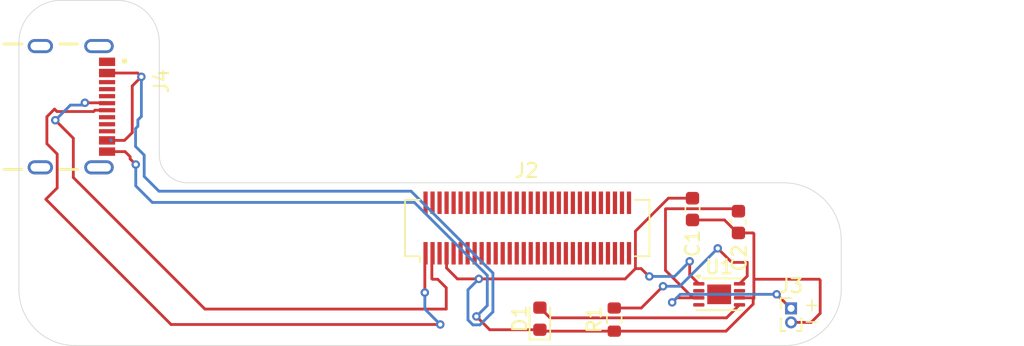
<source format=kicad_pcb>
(kicad_pcb (version 20241229) (generator "pcbnew") (generator_version "9.0")
  (layers (0 "F.Cu" signal) (2 "B.Cu" signal) (13 "F.Paste" user) (15 "B.Paste" user) (5 "F.SilkS" user "F.Silkscreen") (7 "B.SilkS" user "B.Silkscreen") (1 "F.Mask" user) (3 "B.Mask" user) (25 "Edge.Cuts" user))
  (net 0 "")
  (net 1 "Net-(J3-Pin_1)")
  (net 59 "GND")
  (net 60 "Net-(C1-Pad2)")
  (net 61 "Net-(U1-PROG)")
  (net 63 "Net-(D1-A)")
  (net 64 "Net-(J4-DP1)")
  (net 65 "Net-(J4-DN1)")
  (net 68 "Net-(J4-SHELL_GND-PadSH1)")
  (footprint "Capacitor_SMD:C_0603_1608Metric" (layer "F.Cu") (at 184 107.875 90)
    (property "Reference" "C1" (at -2.45 0 90) (layer "F.SilkS"))
    (property "Value" "4.7uF")
    (fp_line (start -0.14058 -0.51) (end 0.14058 -0.51) (stroke (width 0.12)) (layer "F.SilkS"))
    (fp_line (start -0.14058 0.51) (end 0.14058 0.51) (stroke (width 0.12)) (layer "F.SilkS"))
    (pad "1" smd roundrect (at -0.775 0 90) (size 0.9 0.95) (layers "F.Cu" "F.Mask" "F.Paste") (net 59 "GND"))
    (pad "2" smd roundrect (at 0.775 0 90) (size 0.9 0.95) (layers "F.Cu" "F.Mask" "F.Paste") (net 60 "Net-(C1-Pad2)"))
  )
  (footprint "Connector_Hirose:Hirose_DF12_DF12E3.0-60DP-0.5V_2x30_P0.50mm_Vertical" (layer "F.Cu") (at 172.225 109.225)
    (property "Reference" "J2" (at -0.05 -4.1 0) (layer "F.SilkS"))
    (property "Value" "DF12NC_3.0_-60DS-0.5V_51_" (hide yes))
    (fp_line (start -8.71 -2.01) (end -7.66 -2.01) (stroke (width 0.12)) (layer "F.SilkS"))
    (fp_line (start -8.71 2.01) (end -8.71 -2.01) (stroke (width 0.12)) (layer "F.SilkS"))
    (fp_line (start -7.66 2.01) (end -8.71 2.01) (stroke (width 0.12)) (layer "F.SilkS"))
    (fp_line (start -7.66 2.433333) (end -7.66 2.01) (stroke (width 0.12)) (layer "F.SilkS"))
    (fp_line (start 7.66 2.01) (end 8.71 2.01) (stroke (width 0.12)) (layer "F.SilkS"))
    (fp_line (start 8.71 -2.01) (end 7.66 -2.01) (stroke (width 0.12)) (layer "F.SilkS"))
    (fp_line (start 8.71 2.01) (end 8.71 -2.01) (stroke (width 0.12)) (layer "F.SilkS"))
    (pad "1" smd rect (at -7.25 1.8) (size 0.3 1.6) (layers "F.Cu" "F.Mask") (net 65 "Net-(J4-DN1)"))
    (pad "2" smd rect (at -6.75 1.8) (size 0.3 1.6) (layers "F.Cu" "F.Mask") (net 64 "Net-(J4-DP1)"))
    (pad "3" smd rect (at -6.25 1.8) (size 0.3 1.6) (layers "F.Cu" "F.Mask"))
    (pad "4" smd rect (at -5.75 1.8) (size 0.3 1.6) (layers "F.Cu" "F.Mask") (net 60 "Net-(C1-Pad2)"))
    (pad "5" smd rect (at -5.25 1.8) (size 0.3 1.6) (layers "F.Cu" "F.Mask"))
    (pad "6" smd rect (at -4.75 1.8) (size 0.3 1.6) (layers "F.Cu" "F.Mask"))
    (pad "7" smd rect (at -4.25 1.8) (size 0.3 1.6) (layers "F.Cu" "F.Mask"))
    (pad "8" smd rect (at -3.75 1.8) (size 0.3 1.6) (layers "F.Cu" "F.Mask"))
    (pad "9" smd rect (at -3.25 1.8) (size 0.3 1.6) (layers "F.Cu" "F.Mask"))
    (pad "10" smd rect (at -2.75 1.8) (size 0.3 1.6) (layers "F.Cu" "F.Mask"))
    (pad "11" smd rect (at -2.25 1.8) (size 0.3 1.6) (layers "F.Cu" "F.Mask"))
    (pad "12" smd rect (at -1.75 1.8) (size 0.3 1.6) (layers "F.Cu" "F.Mask"))
    (pad "13" smd rect (at -1.25 1.8) (size 0.3 1.6) (layers "F.Cu" "F.Mask"))
    (pad "14" smd rect (at -0.75 1.8) (size 0.3 1.6) (layers "F.Cu" "F.Mask"))
    (pad "15" smd rect (at -0.25 1.8) (size 0.3 1.6) (layers "F.Cu" "F.Mask"))
    (pad "16" smd rect (at 0.25 1.8) (size 0.3 1.6) (layers "F.Cu" "F.Mask"))
    (pad "17" smd rect (at 0.75 1.8) (size 0.3 1.6) (layers "F.Cu" "F.Mask"))
    (pad "18" smd rect (at 1.25 1.8) (size 0.3 1.6) (layers "F.Cu" "F.Mask"))
    (pad "19" smd rect (at 1.75 1.8) (size 0.3 1.6) (layers "F.Cu" "F.Mask"))
    (pad "20" smd rect (at 2.25 1.8) (size 0.3 1.6) (layers "F.Cu" "F.Mask"))
    (pad "21" smd rect (at 2.75 1.8) (size 0.3 1.6) (layers "F.Cu" "F.Mask"))
    (pad "22" smd rect (at 3.25 1.8) (size 0.3 1.6) (layers "F.Cu" "F.Mask"))
    (pad "23" smd rect (at 3.75 1.8) (size 0.3 1.6) (layers "F.Cu" "F.Mask"))
    (pad "24" smd rect (at 4.25 1.8) (size 0.3 1.6) (layers "F.Cu" "F.Mask"))
    (pad "25" smd rect (at 4.75 1.8) (size 0.3 1.6) (layers "F.Cu" "F.Mask"))
    (pad "26" smd rect (at 5.25 1.8) (size 0.3 1.6) (layers "F.Cu" "F.Mask"))
    (pad "27" smd rect (at 5.75 1.8) (size 0.3 1.6) (layers "F.Cu" "F.Mask"))
    (pad "28" smd rect (at 6.25 1.8) (size 0.3 1.6) (layers "F.Cu" "F.Mask"))
    (pad "29" smd rect (at 6.75 1.8) (size 0.3 1.6) (layers "F.Cu" "F.Mask"))
    (pad "30" smd rect (at 7.25 1.8) (size 0.3 1.6) (layers "F.Cu" "F.Mask"))
    (pad "31" smd rect (at -7.25 -1.8) (size 0.3 1.6) (layers "F.Cu" "F.Mask"))
    (pad "32" smd rect (at -6.75 -1.8) (size 0.3 1.6) (layers "F.Cu" "F.Mask"))
    (pad "33" smd rect (at -6.25 -1.8) (size 0.3 1.6) (layers "F.Cu" "F.Mask"))
    (pad "34" smd rect (at -5.75 -1.8) (size 0.3 1.6) (layers "F.Cu" "F.Mask"))
    (pad "35" smd rect (at -5.25 -1.8) (size 0.3 1.6) (layers "F.Cu" "F.Mask"))
    (pad "36" smd rect (at -4.75 -1.8) (size 0.3 1.6) (layers "F.Cu" "F.Mask"))
    (pad "37" smd rect (at -4.25 -1.8) (size 0.3 1.6) (layers "F.Cu" "F.Mask"))
    (pad "38" smd rect (at -3.75 -1.8) (size 0.3 1.6) (layers "F.Cu" "F.Mask"))
    (pad "39" smd rect (at -3.25 -1.8) (size 0.3 1.6) (layers "F.Cu" "F.Mask"))
    (pad "40" smd rect (at -2.75 -1.8) (size 0.3 1.6) (layers "F.Cu" "F.Mask"))
    (pad "41" smd rect (at -2.25 -1.8) (size 0.3 1.6) (layers "F.Cu" "F.Mask"))
    (pad "42" smd rect (at -1.75 -1.8) (size 0.3 1.6) (layers "F.Cu" "F.Mask"))
    (pad "43" smd rect (at -1.25 -1.8) (size 0.3 1.6) (layers "F.Cu" "F.Mask"))
    (pad "44" smd rect (at -0.75 -1.8) (size 0.3 1.6) (layers "F.Cu" "F.Mask"))
    (pad "45" smd rect (at -0.25 -1.8) (size 0.3 1.6) (layers "F.Cu" "F.Mask"))
    (pad "46" smd rect (at 0.25 -1.8) (size 0.3 1.6) (layers "F.Cu" "F.Mask"))
    (pad "47" smd rect (at 0.75 -1.8) (size 0.3 1.6) (layers "F.Cu" "F.Mask"))
    (pad "48" smd rect (at 1.25 -1.8) (size 0.3 1.6) (layers "F.Cu" "F.Mask"))
    (pad "49" smd rect (at 1.75 -1.8) (size 0.3 1.6) (layers "F.Cu" "F.Mask"))
    (pad "50" smd rect (at 2.25 -1.8) (size 0.3 1.6) (layers "F.Cu" "F.Mask"))
    (pad "51" smd rect (at 2.75 -1.8) (size 0.3 1.6) (layers "F.Cu" "F.Mask"))
    (pad "52" smd rect (at 3.25 -1.8) (size 0.3 1.6) (layers "F.Cu" "F.Mask"))
    (pad "53" smd rect (at 3.75 -1.8) (size 0.3 1.6) (layers "F.Cu" "F.Mask"))
    (pad "54" smd rect (at 4.25 -1.8) (size 0.3 1.6) (layers "F.Cu" "F.Mask"))
    (pad "55" smd rect (at 4.75 -1.8) (size 0.3 1.6) (layers "F.Cu" "F.Mask"))
    (pad "56" smd rect (at 5.25 -1.8) (size 0.3 1.6) (layers "F.Cu" "F.Mask"))
    (pad "57" smd rect (at 5.75 -1.8) (size 0.3 1.6) (layers "F.Cu" "F.Mask"))
    (pad "58" smd rect (at 6.25 -1.8) (size 0.3 1.6) (layers "F.Cu" "F.Mask"))
    (pad "59" smd rect (at 6.75 -1.8) (size 0.3 1.6) (layers "F.Cu" "F.Mask"))
    (pad "60" smd rect (at 7.25 -1.8) (size 0.3 1.6) (layers "F.Cu" "F.Mask"))
  )
  (footprint "Package_DFN_QFN:DFN-8-1EP_3x2mm_P0.5mm_EP1.7x1.4mm" (layer "F.Cu") (at 185.9 113.95)
    (property "Reference" "U1" (at 0 -1.95 0) (layer "F.SilkS"))
    (property "Value" "MCP73831-2-MC")
    (fp_line (start -1.185568 -1.135) (end 1.61 -1.135) (stroke (width 0.12)) (layer "F.SilkS"))
    (fp_line (start 1.61 1.135) (end -1.61 1.135) (stroke (width 0.12)) (layer "F.SilkS"))
    (fp_poly (pts (xy -1.48 -1.14) (xy -1.62 -1.33) (xy -1.34 -1.33)) (stroke (width 0.12)) (fill yes) (layer "F.SilkS"))
    (pad "1" smd roundrect (at -1.45 -0.75) (size 0.8 0.25) (layers "F.Cu" "F.Mask" "F.Paste") (net 60 "Net-(C1-Pad2)"))
    (pad "2" smd roundrect (at -1.45 -0.25) (size 0.8 0.25) (layers "F.Cu" "F.Mask" "F.Paste") (net 60 "Net-(C1-Pad2)"))
    (pad "3" smd roundrect (at -1.45 0.25) (size 0.8 0.25) (layers "F.Cu" "F.Mask" "F.Paste") (net 1 "Net-(J3-Pin_1)"))
    (pad "4" smd roundrect (at -1.45 0.75) (size 0.8 0.25) (layers "F.Cu" "F.Mask" "F.Paste") (net 1 "Net-(J3-Pin_1)"))
    (pad "5" smd roundrect (at 1.45 0.75) (size 0.8 0.25) (layers "F.Cu" "F.Mask" "F.Paste") (net 63 "Net-(D1-A)"))
    (pad "6" smd roundrect (at 1.45 0.25) (size 0.8 0.25) (layers "F.Cu" "F.Mask" "F.Paste") (net 59 "GND"))
    (pad "7" smd roundrect (at 1.45 -0.25) (size 0.8 0.25) (layers "F.Cu" "F.Mask" "F.Paste"))
    (pad "8" smd roundrect (at 1.45 -0.75) (size 0.8 0.25) (layers "F.Cu" "F.Mask" "F.Paste") (net 61 "Net-(U1-PROG)"))
    (pad "9" smd rect (at 0 0) (size 1.7 1.4) (property pad_prop_heatsink) (layers "F.Cu" "F.Mask"))
  )
  (footprint "LED_SMD:LED_0603_1608Metric" (layer "F.Cu") (at 173.125 115.685 90)
    (property "Reference" "D1" (at 0 -1.43 90) (layer "F.SilkS"))
    (property "Value" "LED")
    (fp_line (start 0.8 -0.735) (end -1.485 -0.735) (stroke (width 0.12)) (layer "F.SilkS"))
    (fp_line (start -1.485 -0.735) (end -1.485 0.735) (stroke (width 0.12)) (layer "F.SilkS"))
    (fp_line (start -1.485 0.735) (end 0.8 0.735) (stroke (width 0.12)) (layer "F.SilkS"))
    (pad "1" smd roundrect (at -0.7875 0 90) (size 0.875 0.95) (layers "F.Cu" "F.Mask" "F.Paste") (net 59 "GND"))
    (pad "2" smd roundrect (at 0.7875 0 90) (size 0.875 0.95) (layers "F.Cu" "F.Mask" "F.Paste") (net 63 "Net-(D1-A)"))
  )
  (footprint "USB4105GFA120:GCT_USB4105GFA120" (layer "F.Cu") (at 137.525 100.58 -90)
    (property "Reference" "J4" (at -1.825 -8.635 90) (layer "F.SilkS"))
    (property "Value" "USB4105GFA120" (hide yes))
    (fp_line (start 4.47 2.6) (end 4.47 1.32) (stroke (width 0.2)) (layer "F.SilkS"))
    (fp_line (start -4.47 1.32) (end -4.47 2.6) (stroke (width 0.2)) (layer "F.SilkS"))
    (fp_line (start -4.47 -2.65) (end -4.47 -1.4) (stroke (width 0.2)) (layer "F.SilkS"))
    (fp_line (start 4.47 -2.65) (end 4.47 -1.4) (stroke (width 0.2)) (layer "F.SilkS"))
    (fp_circle (center -3.25 -6) (end -3.15 -6) (stroke (width 0.2)) (fill no) (layer "F.SilkS"))
    (pad "" np_thru_hole circle (at -2.89 -3.68 270) (size 0.65 0.65) (drill 0.65) (layers "*.Cu" "*.Mask"))
    (pad "" np_thru_hole circle (at 2.89 -3.68 270) (size 0.65 0.65) (drill 0.65) (layers "*.Cu" "*.Mask"))
    (pad "A1_B12" smd rect (at -3.2 -4.755 270) (size 0.6 1.15) (layers "F.Cu" "F.Mask" "F.Paste") (net 59 "GND"))
    (pad "A4_B9" smd rect (at -2.4 -4.755 270) (size 0.6 1.15) (layers "F.Cu" "F.Mask" "F.Paste") (net 60 "Net-(C1-Pad2)"))
    (pad "A5" smd rect (at -1.25 -4.755 270) (size 0.3 1.15) (layers "F.Cu" "F.Mask" "F.Paste"))
    (pad "A6" smd rect (at -0.25 -4.755 270) (size 0.3 1.15) (layers "F.Cu" "F.Mask" "F.Paste") (net 64 "Net-(J4-DP1)"))
    (pad "A7" smd rect (at 0.25 -4.755 270) (size 0.3 1.15) (layers "F.Cu" "F.Mask" "F.Paste") (net 65 "Net-(J4-DN1)"))
    (pad "A8" smd rect (at 1.25 -4.755 270) (size 0.3 1.15) (layers "F.Cu" "F.Mask" "F.Paste"))
    (pad "B1_A12" smd rect (at 3.2 -4.755 270) (size 0.6 1.15) (layers "F.Cu" "F.Mask" "F.Paste") (net 59 "GND"))
    (pad "B4_A9" smd rect (at 2.4 -4.755 270) (size 0.6 1.15) (layers "F.Cu" "F.Mask" "F.Paste") (net 60 "Net-(C1-Pad2)"))
    (pad "B5" smd rect (at 1.75 -4.755 270) (size 0.3 1.15) (layers "F.Cu" "F.Mask" "F.Paste"))
    (pad "B6" smd rect (at 0.75 -4.755 270) (size 0.3 1.15) (layers "F.Cu" "F.Mask" "F.Paste"))
    (pad "B7" smd rect (at -0.75 -4.755 270) (size 0.3 1.15) (layers "F.Cu" "F.Mask" "F.Paste"))
    (pad "B8" smd rect (at -1.75 -4.755 270) (size 0.3 1.15) (layers "F.Cu" "F.Mask" "F.Paste"))
    (pad "SH1" thru_hole oval (at -4.32 -4.18 270) (size 1 2.1) (drill oval 0.6 1.7) (layers "*.Cu" "*.Mask") (net 68 "Net-(J4-SHELL_GND-PadSH1)"))
    (pad "SH2" thru_hole oval (at 4.32 -4.18 270) (size 1 2.1) (drill oval 0.6 1.7) (layers "*.Cu" "*.Mask") (net 68 "Net-(J4-SHELL_GND-PadSH1)"))
    (pad "SH3" thru_hole oval (at -4.32 0 270) (size 1 1.8) (drill oval 0.6 1.4) (layers "*.Cu" "*.Mask") (net 68 "Net-(J4-SHELL_GND-PadSH1)"))
    (pad "SH4" thru_hole oval (at 4.32 0 270) (size 1 1.8) (drill oval 0.6 1.4) (layers "*.Cu" "*.Mask") (net 68 "Net-(J4-SHELL_GND-PadSH1)"))
  )
  (footprint "Resistor_SMD:R_0603_1608Metric" (layer "F.Cu") (at 178.425 115.75 90)
    (property "Reference" "R1" (at 0 -1.43 90) (layer "F.SilkS"))
    (property "Value" "333Ω")
    (fp_line (start -0.237258 -0.5225) (end 0.237258 -0.5225) (stroke (width 0.12)) (layer "F.SilkS"))
    (fp_line (start -0.237258 0.5225) (end 0.237258 0.5225) (stroke (width 0.12)) (layer "F.SilkS"))
    (pad "1" smd roundrect (at -0.825 0 90) (size 0.8 0.95) (layers "F.Cu" "F.Mask" "F.Paste") (net 59 "GND"))
    (pad "2" smd roundrect (at 0.825 0 90) (size 0.8 0.95) (layers "F.Cu" "F.Mask" "F.Paste") (net 61 "Net-(U1-PROG)"))
  )
  (footprint "Connector_PinHeader_1.00mm:PinHeader_1x02_P1.00mm_Vertical" (layer "F.Cu") (at 191.025 114.95)
    (property "Reference" "J3" (at 0 -1.61 0) (layer "F.SilkS"))
    (property "Value" "Conn_01x02_MountingPin" (hide yes))
    (fp_line (start -0.745 -0.735) (end 0 -0.735) (stroke (width 0.12)) (layer "F.SilkS"))
    (fp_line (start -0.745 0) (end -0.745 -0.735) (stroke (width 0.12)) (layer "F.SilkS"))
    (fp_line (start -0.745 0.735) (end -0.745 1.61) (stroke (width 0.12)) (layer "F.SilkS"))
    (fp_line (start -0.745 0.735) (end -0.685565 0.735) (stroke (width 0.12)) (layer "F.SilkS"))
    (fp_line (start -0.745 1.61) (end -0.41003 1.61) (stroke (width 0.12)) (layer "F.SilkS"))
    (fp_line (start 0.41003 1.61) (end 0.745 1.61) (stroke (width 0.12)) (layer "F.SilkS"))
    (fp_line (start 0.685565 0.735) (end 0.745 0.735) (stroke (width 0.12)) (layer "F.SilkS"))
    (fp_line (start 0.745 0.735) (end 0.745 1.61) (stroke (width 0.12)) (layer "F.SilkS"))
    (pad "1" thru_hole rect (at 0 0) (size 0.85 0.85) (drill 0.5) (layers "*.Cu" "*.Mask") (net 1 "Net-(J3-Pin_1)"))
    (pad "2" thru_hole circle (at 0 1) (size 0.85 0.85) (drill 0.5) (layers "*.Cu" "*.Mask") (net 59 "GND"))
  )
  (footprint "Capacitor_SMD:C_0603_1608Metric" (layer "F.Cu") (at 187.275 108.8 90)
    (property "Reference" "C2" (at -2.55 0.06 90) (layer "F.SilkS"))
    (property "Value" "4.7uF")
    (fp_line (start -0.14058 -0.51) (end 0.14058 -0.51) (stroke (width 0.12)) (layer "F.SilkS"))
    (fp_line (start -0.14058 0.51) (end 0.14058 0.51) (stroke (width 0.12)) (layer "F.SilkS"))
    (pad "1" smd roundrect (at -0.775 0 90) (size 0.9 0.95) (layers "F.Cu" "F.Mask" "F.Paste") (net 59 "GND"))
    (pad "2" smd roundrect (at 0.775 0 90) (size 0.9 0.95) (layers "F.Cu" "F.Mask" "F.Paste") (net 1 "Net-(J3-Pin_1)"))
  )
  (gr_line (start 148 106) (end 190.5 106) (stroke (width 0.05)) (layer "Edge.Cuts"))
  (gr_arc (start 140 117.6) (mid 137.171573 116.428427) (end 136 113.6) (stroke (width 0.05)) (layer "Edge.Cuts"))
  (gr_line (start 194.6 110.1) (end 194.6 113.6) (stroke (width 0.05)) (layer "Edge.Cuts"))
  (gr_line (start 190.6 117.6) (end 140 117.6) (stroke (width 0.05)) (layer "Edge.Cuts"))
  (gr_arc (start 136 96) (mid 136.87868 93.87868) (end 139 93) (stroke (width 0.05)) (layer "Edge.Cuts"))
  (gr_line (start 139 93) (end 143 93) (stroke (width 0.05)) (layer "Edge.Cuts"))
  (gr_arc (start 194.6 113.6) (mid 193.428427 116.428427) (end 190.6 117.6) (stroke (width 0.05)) (layer "Edge.Cuts"))
  (gr_line (start 136 113.6) (end 136 96) (stroke (width 0.05)) (layer "Edge.Cuts"))
  (gr_arc (start 148 106) (mid 146.585786 105.414214) (end 146 104) (stroke (width 0.05)) (layer "Edge.Cuts"))
  (gr_arc (start 143 93) (mid 145.12132 93.87868) (end 146 96) (stroke (width 0.05)) (layer "Edge.Cuts"))
  (gr_arc (start 190.5 106) (mid 193.399138 107.200862) (end 194.6 110.1) (stroke (width 0.05)) (layer "Edge.Cuts"))
  (gr_line (start 146 96) (end 146 104) (stroke (width 0.05)) (layer "Edge.Cuts"))
  (gr_text "+\n" (at 191.825 115.25 0) (layer "F.SilkS") (effects (font (size 1 1) (thickness 0.1)) (justify left bottom)))
  (gr_text "-\n" (at 191.8 116.425 0) (layer "F.SilkS") (effects (font (size 1 1) (thickness 0.1)) (justify left bottom)))
  (segment (start 142.59 103) (end 142.531514 102.941514) (width 0.2) (layer "B.Cu") (net 0))
  (segment (start 184.034202 114.2) (end 184.45 114.2) (width 0.2) (layer "F.Cu") (net 1))
  (segment (start 191 114.95) (end 190 113.95) (width 0.2) (layer "F.Cu") (net 1))
  (segment (start 182.075 112.240798) (end 184.034202 114.2) (width 0.2) (layer "F.Cu") (net 1))
  (segment (start 182.099 107.851) (end 182.075 107.875) (width 0.2) (layer "F.Cu") (net 1))
  (segment (start 182.075 107.875) (end 182.075 112.240798) (width 0.2) (layer "F.Cu") (net 1))
  (segment (start 182.875 114.2) (end 182.55 114.525) (width 0.2) (layer "F.Cu") (net 1))
  (segment (start 187.275 108.025) (end 187.101 107.851) (width 0.2) (layer "F.Cu") (net 1))
  (segment (start 191.025 114.95) (end 191 114.95) (width 0.2) (layer "F.Cu") (net 1))
  (segment (start 187.101 107.851) (end 182.099 107.851) (width 0.2) (layer "F.Cu") (net 1))
  (segment (start 184.45 114.2) (end 182.875 114.2) (width 0.2) (layer "F.Cu") (net 1))
  (via (at 182.55 114.525) (size 0.6) (drill 0.3) (layers "F.Cu" "B.Cu") (net 1))
  (via (at 190 113.95) (size 0.6) (drill 0.3) (layers "F.Cu" "B.Cu") (net 1))
  (segment (start 190 113.95) (end 183.125 113.95) (width 0.2) (layer "B.Cu") (net 1))
  (segment (start 183.125 113.95) (end 182.55 114.525) (width 0.2) (layer "B.Cu") (net 1))
  (segment (start 187.275 109.575) (end 188.315 109.575) (width 0.2) (layer "F.Cu") (net 59))
  (segment (start 142.28 103.78) (end 143.562486 103.78) (width 0.2) (layer "F.Cu") (net 59))
  (segment (start 187.275 109.575) (end 187.2 109.575) (width 0.2) (layer "F.Cu") (net 59))
  (segment (start 143.925 104.3) (end 143.925 104.142514) (width 0.2) (layer "F.Cu") (net 59))
  (segment (start 188.375 114.25) (end 188.325 114.2) (width 0.2) (layer "F.Cu") (net 59))
  (segment (start 192.452 115.95) (end 191.025 115.95) (width 0.2) (layer "F.Cu") (net 59))
  (segment (start 184.025 108.675) (end 184 108.65) (width 0.2) (layer "F.Cu") (net 59))
  (segment (start 143.562486 103.78) (end 143.925 104.142514) (width 0.2) (layer "F.Cu") (net 59))
  (segment (start 173.125 116.4725) (end 169.5475 116.4725) (width 0.2) (layer "F.Cu") (net 59))
  (segment (start 178.425 116.575) (end 173.2275 116.575) (width 0.2) (layer "F.Cu") (net 59))
  (segment (start 188.325 114.640798) (end 188.325 114.2) (width 0.2) (layer "F.Cu") (net 59))
  (segment (start 188.315 109.575) (end 188.375 109.635) (width 0.2) (layer "F.Cu") (net 59))
  (segment (start 188.325 114.2) (end 187.35 114.2) (width 0.2) (layer "F.Cu") (net 59))
  (segment (start 188.375 112.875) (end 193.027 112.875) (width 0.2) (layer "F.Cu") (net 59))
  (segment (start 193.027 112.875) (end 193.101 112.949) (width 0.2) (layer "F.Cu") (net 59))
  (segment (start 193.101 115.301) (end 192.452 115.95) (width 0.2) (layer "F.Cu") (net 59))
  (segment (start 193.101 112.949) (end 193.101 115.301) (width 0.2) (layer "F.Cu") (net 59))
  (segment (start 187.2 109.575) (end 186.275 108.65) (width 0.2) (layer "F.Cu") (net 59))
  (segment (start 186.390798 116.575) (end 188.325 114.640798) (width 0.2) (layer "F.Cu") (net 59))
  (segment (start 169.5475 116.4725) (end 168.6 115.525) (width 0.2) (layer "F.Cu") (net 59))
  (segment (start 186.275 108.65) (end 184 108.65) (width 0.2) (layer "F.Cu") (net 59))
  (segment (start 178.425 116.575) (end 186.390798 116.575) (width 0.2) (layer "F.Cu") (net 59))
  (segment (start 173.2275 116.575) (end 173.125 116.4725) (width 0.2) (layer "F.Cu") (net 59))
  (segment (start 144.325 104.7) (end 143.925 104.3) (width 0.2) (layer "F.Cu") (net 59))
  (segment (start 188.375 112.875) (end 188.375 114.25) (width 0.2) (layer "F.Cu") (net 59))
  (segment (start 188.375 109.635) (end 188.375 112.875) (width 0.2) (layer "F.Cu") (net 59))
  (via (at 168.6 115.525) (size 0.6) (drill 0.3) (layers "F.Cu" "B.Cu") (net 59))
  (via (at 144.325 104.7) (size 0.6) (drill 0.3) (layers "F.Cu" "B.Cu") (net 59))
  (segment (start 164.175943 107.401) (end 145.501 107.401) (width 0.2) (layer "B.Cu") (net 59))
  (segment (start 169.376 114.749) (end 169.376 112.601057) (width 0.2) (layer "B.Cu") (net 59))
  (segment (start 169.376 112.601057) (end 164.175943 107.401) (width 0.2) (layer "B.Cu") (net 59))
  (segment (start 145.501 107.401) (end 144.325 106.225) (width 0.2) (layer "B.Cu") (net 59))
  (segment (start 144.325 106.225) (end 144.325 104.7) (width 0.2) (layer "B.Cu") (net 59))
  (segment (start 168.6 115.525) (end 169.376 114.749) (width 0.2) (layer "B.Cu") (net 59))
  (segment (start 144.725 98.45) (end 144.455 98.18) (width 0.2) (layer "F.Cu") (net 60))
  (segment (start 179.9329 109.45) (end 179.9329 112.1191) (width 0.2) (layer "F.Cu") (net 60))
  (segment (start 183.8 112.55) (end 183.8 111.6) (width 0.2) (layer "F.Cu") (net 60))
  (segment (start 144.075 102.425) (end 143.52 102.98) (width 0.2) (layer "F.Cu") (net 60))
  (segment (start 144.075 99.1) (end 144.075 102.425) (width 0.2) (layer "F.Cu") (net 60))
  (segment (start 184 107.1) (end 182.2829 107.1) (width 0.2) (layer "F.Cu") (net 60))
  (segment (start 144.725 98.45) (end 144.075 99.1) (width 0.2) (layer "F.Cu") (net 60))
  (segment (start 167.248 112.85) (end 166.475 112.077) (width 0.2) (layer "F.Cu") (net 60))
  (segment (start 179.202 112.85) (end 168.775 112.85) (width 0.2) (layer "F.Cu") (net 60))
  (segment (start 143.52 102.98) (end 142.28 102.98) (width 0.2) (layer "F.Cu") (net 60))
  (segment (start 144.455 98.18) (end 142.28 98.18) (width 0.2) (layer "F.Cu") (net 60))
  (segment (start 179.9329 112.1191) (end 180.3441 112.1191) (width 0.2) (layer "F.Cu") (net 60))
  (segment (start 182.2829 107.1) (end 179.9329 109.45) (width 0.2) (layer "F.Cu") (net 60))
  (segment (start 168.775 112.85) (end 167.248 112.85) (width 0.2) (layer "F.Cu") (net 60))
  (segment (start 166.475 112.077) (end 166.475 111.025) (width 0.2) (layer "F.Cu") (net 60))
  (segment (start 179.9329 112.1191) (end 179.202 112.85) (width 0.2) (layer "F.Cu") (net 60))
  (segment (start 180.3441 112.1191) (end 180.9 112.675) (width 0.2) (layer "F.Cu") (net 60))
  (segment (start 184.45 113.2) (end 183.8 112.55) (width 0.2) (layer "F.Cu") (net 60))
  (via (at 168.775 112.85) (size 0.6) (drill 0.3) (layers "F.Cu" "B.Cu") (net 60))
  (via (at 144.725 98.45) (size 0.6) (drill 0.3) (layers "F.Cu" "B.Cu") (net 60))
  (via (at 183.8 111.6) (size 0.6) (drill 0.3) (layers "F.Cu" "B.Cu") (net 60))
  (via (at 180.925 112.675) (size 0.6) (drill 0.3) (layers "F.Cu" "B.Cu") (net 60))
  (segment (start 182.725 112.675) (end 180.925 112.675) (width 0.2) (layer "B.Cu") (net 60))
  (segment (start 168.775 112.85) (end 167.999 113.626) (width 0.2) (layer "B.Cu") (net 60))
  (segment (start 145.976 106.601) (end 144.926 105.551) (width 0.2) (layer "B.Cu") (net 60))
  (segment (start 144.31102 103.41102) (end 144.31102 102.13898) (width 0.2) (layer "B.Cu") (net 60))
  (segment (start 144.926 104.026) (end 144.31102 103.41102) (width 0.2) (layer "B.Cu") (net 60))
  (segment (start 144.475 101.525) (end 144.725 101.275) (width 0.2) (layer "B.Cu") (net 60))
  (segment (start 144.31102 102.13898) (end 144.475 101.975) (width 0.2) (layer "B.Cu") (net 60))
  (segment (start 167.999 115.773943) (end 168.351057 116.126) (width 0.2) (layer "B.Cu") (net 60))
  (segment (start 144.725 101.275) (end 144.725 98.45) (width 0.2) (layer "B.Cu") (net 60))
  (segment (start 167.999 113.626) (end 167.999 115.773943) (width 0.2) (layer "B.Cu") (net 60))
  (segment (start 169.777 115.197943) (end 169.777 112.434957) (width 0.2) (layer "B.Cu") (net 60))
  (segment (start 144.475 101.975) (end 144.475 101.525) (width 0.2) (layer "B.Cu") (net 60))
  (segment (start 169.777 112.434957) (end 163.943043 106.601) (width 0.2) (layer "B.Cu") (net 60))
  (segment (start 168.848943 116.126) (end 169.777 115.197943) (width 0.2) (layer "B.Cu") (net 60))
  (segment (start 144.926 105.551) (end 144.926 104.026) (width 0.2) (layer "B.Cu") (net 60))
  (segment (start 183.8 111.6) (end 182.725 112.675) (width 0.2) (layer "B.Cu") (net 60))
  (segment (start 168.351057 116.126) (end 168.848943 116.126) (width 0.2) (layer "B.Cu") (net 60))
  (segment (start 163.943043 106.601) (end 145.976 106.601) (width 0.2) (layer "B.Cu") (net 60))
  (segment (start 187.901 112.649) (end 187.901 111.675) (width 0.2) (layer "F.Cu") (net 61))
  (segment (start 178.425 114.925) (end 180.35 114.925) (width 0.2) (layer "F.Cu") (net 61))
  (segment (start 187.35 113.2) (end 187.901 112.649) (width 0.2) (layer "F.Cu") (net 61))
  (segment (start 186.8 111.675) (end 185.8 110.675) (width 0.2) (layer "F.Cu") (net 61))
  (segment (start 180.35 114.925) (end 181.9 113.375) (width 0.2) (layer "F.Cu") (net 61))
  (segment (start 187.901 111.675) (end 186.8 111.675) (width 0.2) (layer "F.Cu") (net 61))
  (via (at 181.9 113.375) (size 0.6) (drill 0.3) (layers "F.Cu" "B.Cu") (net 61))
  (via (at 185.8 110.675) (size 0.6) (drill 0.3) (layers "F.Cu" "B.Cu") (net 61))
  (segment (start 183.1 113.375) (end 185.8 110.675) (width 0.2) (layer "B.Cu") (net 61))
  (segment (start 181.9 113.375) (end 183.1 113.375) (width 0.2) (layer "B.Cu") (net 61))
  (segment (start 173.8525 115.625) (end 186.425 115.625) (width 0.2) (layer "F.Cu") (net 63))
  (segment (start 173.125 114.8975) (end 173.8525 115.625) (width 0.2) (layer "F.Cu") (net 63))
  (segment (start 186.425 115.625) (end 187.35 114.7) (width 0.2) (layer "F.Cu") (net 63))
  (segment (start 140.7 100.3) (end 142.25 100.3) (width 0.2) (layer "F.Cu") (net 64))
  (segment (start 139.875 105.625) (end 149.25 115) (width 0.2) (layer "F.Cu") (net 64))
  (segment (start 166.452 113.4849) (end 165.8431 112.876) (width 0.2) (layer "F.Cu") (net 64))
  (segment (start 149.25 115) (end 166.452 115) (width 0.2) (layer "F.Cu") (net 64))
  (segment (start 138.591597 101.541597) (end 139.875 102.825) (width 0.2) (layer "F.Cu") (net 64))
  (segment (start 142.25 100.3) (end 142.28 100.33) (width 0.2) (layer "F.Cu") (net 64))
  (segment (start 140.7 100.3) (end 140.8225 100.4225) (width 0.2) (layer "F.Cu") (net 64))
  (segment (start 165.8431 112.876) (end 165.474 112.876) (width 0.2) (layer "F.Cu") (net 64))
  (segment (start 139.875 102.825) (end 139.875 105.625) (width 0.2) (layer "F.Cu") (net 64))
  (segment (start 165.474 112.876) (end 165.425 112.827) (width 0.2) (layer "F.Cu") (net 64))
  (segment (start 166.452 115) (end 166.452 113.4849) (width 0.2) (layer "F.Cu") (net 64))
  (segment (start 140.708486 100.291514) (end 140.7 100.3) (width 0.2) (layer "F.Cu") (net 64))
  (segment (start 165.425 112.827) (end 165.425 111.775) (width 0.2) (layer "F.Cu") (net 64))
  (via (at 140.7 100.3) (size 0.6) (drill 0.3) (layers "F.Cu" "B.Cu") (net 64))
  (via (at 138.591597 101.541597) (size 0.6) (drill 0.3) (layers "F.Cu" "B.Cu") (net 64))
  (segment (start 138.591597 101.541597) (end 139.668047 100.465147) (width 0.2) (layer "B.Cu") (net 64))
  (segment (start 139.668047 100.465147) (end 140.534853 100.465147) (width 0.2) (layer "B.Cu") (net 64))
  (segment (start 140.534853 100.465147) (end 140.7 100.3) (width 0.2) (layer "B.Cu") (net 64))
  (segment (start 166 116.1) (end 146.839667 116.1) (width 0.2) (layer "F.Cu") (net 65))
  (segment (start 137.990597 101.294067) (end 137.990597 103.215597) (width 0.2) (layer "F.Cu") (net 65))
  (segment (start 138.707164 100.9225) (end 138.534664 100.75) (width 0.2) (layer "F.Cu") (net 65))
  (segment (start 138.534664 100.75) (end 137.990597 101.294067) (width 0.2) (layer "F.Cu") (net 65))
  (segment (start 141.415 100.83) (end 141.3225 100.9225) (width 0.2) (layer "F.Cu") (net 65))
  (segment (start 137.990597 103.215597) (end 138.726 103.951) (width 0.2) (layer "F.Cu") (net 65))
  (segment (start 142.28 100.83) (end 141.415 100.83) (width 0.2) (layer "F.Cu") (net 65))
  (segment (start 164.925 113.825) (end 164.925 111.775) (width 0.2) (layer "F.Cu") (net 65))
  (segment (start 138.726 103.951) (end 138.726 106.367237) (width 0.2) (layer "F.Cu") (net 65))
  (segment (start 138.726 106.367237) (end 137.916452 107.176785) (width 0.2) (layer "F.Cu") (net 65))
  (segment (start 146.839667 116.1) (end 137.916452 107.176785) (width 0.2) (layer "F.Cu") (net 65))
  (segment (start 141.3225 100.9225) (end 138.707164 100.9225) (width 0.2) (layer "F.Cu") (net 65))
  (via (at 166.025 116.1) (size 0.6) (drill 0.3) (layers "F.Cu" "B.Cu") (net 65))
  (via (at 164.925 113.825) (size 0.6) (drill 0.3) (layers "F.Cu" "B.Cu") (net 65))
  (segment (start 164.925 115) (end 164.925 113.825) (width 0.2) (layer "B.Cu") (net 65))
  (segment (start 166.025 116.1) (end 164.925 115) (width 0.2) (layer "B.Cu") (net 65))
)
</source>
